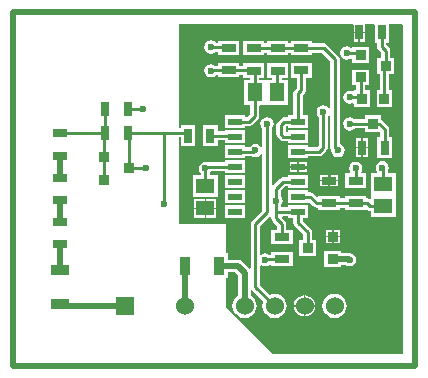
<source format=gtl>
G04*
G04 #@! TF.GenerationSoftware,Altium Limited,CircuitStudio,1.5.2 (1.5.2.30)*
G04*
G04 Layer_Physical_Order=1*
G04 Layer_Color=11767835*
%FSLAX44Y44*%
%MOMM*%
G71*
G01*
G75*
%ADD10R,0.9144X0.8128*%
%ADD11R,0.8128X0.9144*%
%ADD12R,0.7000X1.3000*%
%ADD13R,1.3000X0.7000*%
%ADD14R,1.3000X1.6000*%
%ADD15R,0.9000X1.6000*%
%ADD16R,1.6000X1.3000*%
%ADD17R,1.6000X0.9000*%
%ADD18R,1.1800X0.5800*%
%ADD19C,0.2540*%
%ADD20C,0.5000*%
%ADD21C,1.5240*%
%ADD22R,1.5240X1.5240*%
%ADD23C,0.6000*%
G36*
X590000Y539102D02*
Y260000D01*
X480000Y260000D01*
X440000Y300000D01*
Y324460D01*
X441540D01*
Y329861D01*
X447872D01*
X450791Y326941D01*
Y309853D01*
X448684Y308236D01*
X447055Y306114D01*
X446031Y303642D01*
X445682Y300990D01*
X446031Y298338D01*
X447055Y295866D01*
X448684Y293744D01*
X450806Y292115D01*
X453278Y291091D01*
X455930Y290742D01*
X458582Y291091D01*
X461054Y292115D01*
X463176Y293744D01*
X464805Y295866D01*
X465829Y298338D01*
X466178Y300990D01*
X465829Y303642D01*
X464805Y306114D01*
X463176Y308236D01*
X461069Y309853D01*
Y314060D01*
X461975Y314453D01*
X462339Y314488D01*
X471945Y304881D01*
X471432Y303642D01*
X471082Y300990D01*
X471432Y298338D01*
X472455Y295866D01*
X474084Y293744D01*
X476206Y292115D01*
X478678Y291091D01*
X481330Y290742D01*
X483982Y291091D01*
X486454Y292115D01*
X488576Y293744D01*
X490205Y295866D01*
X491228Y298338D01*
X491578Y300990D01*
X491228Y303642D01*
X490205Y306114D01*
X488576Y308236D01*
X486454Y309865D01*
X483982Y310889D01*
X481330Y311238D01*
X478678Y310889D01*
X477439Y310375D01*
X468885Y318929D01*
Y334894D01*
X470154Y335573D01*
X471338Y334781D01*
X473500Y334352D01*
X475662Y334781D01*
X477190Y335803D01*
X478228Y335424D01*
X478460Y335240D01*
Y334460D01*
X496540D01*
Y346540D01*
X478460D01*
Y344385D01*
X476910D01*
X475662Y345219D01*
X473500Y345649D01*
X471338Y345219D01*
X470154Y344428D01*
X468885Y345106D01*
Y368391D01*
X477345Y376852D01*
X478615Y376326D01*
Y375000D01*
X478911Y373513D01*
X479753Y372253D01*
X483615Y368391D01*
Y365540D01*
X478460D01*
Y353460D01*
X496540D01*
Y365540D01*
X491385D01*
Y370000D01*
X491089Y371487D01*
X490247Y372747D01*
X487538Y375455D01*
X488064Y376725D01*
X492750D01*
Y375170D01*
X497305D01*
Y371310D01*
X497601Y369823D01*
X498443Y368563D01*
X505527Y361479D01*
Y356528D01*
X502300D01*
Y343320D01*
X516524D01*
Y356528D01*
X513297D01*
Y363088D01*
X513001Y364575D01*
X512159Y365835D01*
X505075Y372919D01*
Y375170D01*
X509630D01*
Y386050D01*
X492750D01*
Y384495D01*
X486385D01*
Y385933D01*
X486494Y386006D01*
X487719Y387838D01*
X488148Y390000D01*
X487719Y392162D01*
X486494Y393994D01*
X486385Y394067D01*
Y398391D01*
X490119Y402125D01*
X492750D01*
Y400570D01*
X509630D01*
Y411450D01*
X492750D01*
Y409895D01*
X488510D01*
X487023Y409599D01*
X485763Y408757D01*
X480154Y403148D01*
X478885Y403674D01*
Y450933D01*
X478994Y451006D01*
X480218Y452838D01*
X480648Y455000D01*
X480218Y457161D01*
X478994Y458994D01*
X477161Y460218D01*
X475000Y460648D01*
X472838Y460218D01*
X471006Y458994D01*
X469781Y457161D01*
X469351Y455000D01*
X469781Y452838D01*
X471006Y451006D01*
X471115Y450933D01*
Y435606D01*
X469845Y435220D01*
X468994Y436494D01*
X467162Y437719D01*
X465000Y438148D01*
X462838Y437719D01*
X461006Y436494D01*
X460205Y435295D01*
X456430D01*
Y436850D01*
X439550D01*
Y425970D01*
X456430D01*
Y427525D01*
X462473D01*
X462838Y427281D01*
X465000Y426852D01*
X467162Y427281D01*
X468994Y428506D01*
X469845Y429780D01*
X471115Y429394D01*
Y381609D01*
X462253Y372747D01*
X461411Y371487D01*
X461115Y370000D01*
Y332668D01*
X459845Y332282D01*
X459564Y332704D01*
X453634Y338634D01*
X451967Y339748D01*
X450000Y340139D01*
X441540D01*
Y345540D01*
X440898D01*
X440000Y346438D01*
Y370000D01*
X400000D01*
Y443615D01*
X401960D01*
Y435960D01*
X414040D01*
Y454040D01*
X401960D01*
Y451385D01*
X400000D01*
Y540000D01*
X547302Y540000D01*
X548200Y539102D01*
Y533150D01*
X553000D01*
X557800D01*
Y540000D01*
X565062D01*
X565960Y539102D01*
Y523460D01*
X568115D01*
Y520500D01*
X568411Y519013D01*
X569253Y517753D01*
X571503Y515503D01*
Y510680D01*
X568276D01*
Y497472D01*
X570491D01*
Y483600D01*
X567772D01*
Y469376D01*
X580980D01*
Y483600D01*
X578260D01*
Y497472D01*
X582500D01*
Y510680D01*
X579272D01*
Y517112D01*
X578977Y518599D01*
X578135Y519859D01*
X575885Y522109D01*
Y523460D01*
X578040D01*
Y540000D01*
X589102D01*
X590000Y539102D01*
D02*
G37*
%LPC*%
G36*
X432010Y391210D02*
X423360D01*
Y384060D01*
X432010D01*
Y391210D01*
D02*
G37*
G36*
X422060D02*
X413410D01*
Y384060D01*
X422060D01*
Y391210D01*
D02*
G37*
G36*
Y382760D02*
X413410D01*
Y375610D01*
X422060D01*
Y382760D01*
D02*
G37*
G36*
X432010D02*
X423360D01*
Y375610D01*
X432010D01*
Y382760D01*
D02*
G37*
G36*
X456430Y398750D02*
X439550D01*
Y387870D01*
X456430D01*
Y398750D01*
D02*
G37*
G36*
X526850Y406350D02*
X519700D01*
Y402200D01*
X526850D01*
Y406350D01*
D02*
G37*
G36*
X535300D02*
X528150D01*
Y402200D01*
X535300D01*
Y406350D01*
D02*
G37*
G36*
X550000Y423149D02*
X547838Y422719D01*
X546006Y421494D01*
X544781Y419662D01*
X544352Y417500D01*
X544781Y415338D01*
X545469Y414310D01*
X544790Y413040D01*
X540960D01*
Y400960D01*
X559040D01*
Y413040D01*
X555210D01*
X554532Y414310D01*
X555219Y415338D01*
X555648Y417500D01*
X555219Y419662D01*
X553994Y421494D01*
X552162Y422719D01*
X550000Y423149D01*
D02*
G37*
G36*
X572500Y423669D02*
X570338Y423238D01*
X568506Y422014D01*
X567281Y420182D01*
X566852Y418020D01*
X567281Y415858D01*
X568182Y414510D01*
X567570Y413240D01*
X562950D01*
Y395510D01*
X562950Y395160D01*
Y394700D01*
Y394240D01*
X562950Y393890D01*
Y391805D01*
X561680Y391126D01*
X560987Y391589D01*
X559500Y391885D01*
X559040D01*
Y394040D01*
X540960D01*
Y391885D01*
X536540D01*
Y394040D01*
X518460D01*
Y393693D01*
X517287Y393207D01*
X514437Y396057D01*
X513177Y396899D01*
X511690Y397195D01*
X509630D01*
Y398750D01*
X492750D01*
Y387870D01*
X509630D01*
Y388080D01*
X510900Y388606D01*
X514253Y385253D01*
X515513Y384411D01*
X515760Y384362D01*
X517000Y384115D01*
X518460D01*
Y381960D01*
X536540D01*
Y384115D01*
X540960D01*
Y381960D01*
X559040D01*
X559040Y381960D01*
Y381960D01*
X560306Y381950D01*
X560813Y381611D01*
X562300Y381315D01*
X562950D01*
Y376160D01*
X584030D01*
Y393890D01*
X584030Y394240D01*
Y394700D01*
Y395160D01*
X584030Y395510D01*
Y413240D01*
X577375D01*
Y415344D01*
X577719Y415858D01*
X578148Y418020D01*
X577719Y420182D01*
X576494Y422014D01*
X574662Y423238D01*
X572500Y423669D01*
D02*
G37*
G36*
X456430Y411450D02*
X439550D01*
Y400570D01*
X456430D01*
Y411450D01*
D02*
G37*
G36*
Y386050D02*
X439550D01*
Y375170D01*
X456430D01*
Y386050D01*
D02*
G37*
G36*
X506080Y309901D02*
X504401Y309680D01*
X502231Y308782D01*
X500368Y307352D01*
X498938Y305488D01*
X498040Y303319D01*
X497819Y301640D01*
X506080D01*
Y309901D01*
D02*
G37*
G36*
X507380D02*
Y301640D01*
X515641D01*
X515420Y303319D01*
X514522Y305488D01*
X513092Y307352D01*
X511228Y308782D01*
X509059Y309680D01*
X507380Y309901D01*
D02*
G37*
G36*
X515641Y300340D02*
X507380D01*
Y292079D01*
X509059Y292300D01*
X511228Y293198D01*
X513092Y294628D01*
X514522Y296492D01*
X515420Y298661D01*
X515641Y300340D01*
D02*
G37*
G36*
X532130Y311238D02*
X529478Y310889D01*
X527006Y309865D01*
X524884Y308236D01*
X523255Y306114D01*
X522231Y303642D01*
X521882Y300990D01*
X522231Y298338D01*
X523255Y295866D01*
X524884Y293744D01*
X527006Y292115D01*
X529478Y291091D01*
X532130Y290742D01*
X534782Y291091D01*
X537254Y292115D01*
X539376Y293744D01*
X541005Y295866D01*
X542029Y298338D01*
X542378Y300990D01*
X542029Y303642D01*
X541005Y306114D01*
X539376Y308236D01*
X537254Y309865D01*
X534782Y310889D01*
X532130Y311238D01*
D02*
G37*
G36*
X506080Y300340D02*
X497819D01*
X498040Y298661D01*
X498938Y296492D01*
X500368Y294628D01*
X502231Y293198D01*
X504401Y292300D01*
X506080Y292079D01*
Y300340D01*
D02*
G37*
G36*
X529938Y364940D02*
X524716D01*
Y360226D01*
X529938D01*
Y364940D01*
D02*
G37*
G36*
X536460D02*
X531238D01*
Y360226D01*
X536460D01*
Y364940D01*
D02*
G37*
G36*
Y358926D02*
X531238D01*
Y354212D01*
X536460D01*
Y358926D01*
D02*
G37*
G36*
X537700Y347028D02*
X523476D01*
Y333820D01*
X537700D01*
Y335285D01*
X542084D01*
X542838Y334781D01*
X545000Y334352D01*
X547162Y334781D01*
X548994Y336006D01*
X550219Y337838D01*
X550648Y340000D01*
X550219Y342162D01*
X548994Y343994D01*
X547162Y345219D01*
X545000Y345649D01*
X544569Y345563D01*
X537700D01*
Y347028D01*
D02*
G37*
G36*
X529938Y358926D02*
X524716D01*
Y354212D01*
X529938D01*
Y358926D01*
D02*
G37*
G36*
X561324Y501028D02*
X547100D01*
Y487820D01*
X550327D01*
Y483600D01*
X548620D01*
Y483091D01*
X547500Y482492D01*
X547161Y482718D01*
X545000Y483148D01*
X542838Y482718D01*
X541006Y481494D01*
X539781Y479661D01*
X539351Y477500D01*
X539781Y475338D01*
X541006Y473506D01*
X542838Y472281D01*
X545000Y471851D01*
X547161Y472281D01*
X547500Y472507D01*
X548620Y471909D01*
Y469376D01*
X561828D01*
Y483600D01*
X558097D01*
Y487820D01*
X561324D01*
Y501028D01*
D02*
G37*
G36*
X451540Y506540D02*
X433460D01*
Y504385D01*
X430909D01*
X429661Y505218D01*
X427500Y505648D01*
X425338Y505218D01*
X423506Y503994D01*
X422281Y502161D01*
X421851Y500000D01*
X422281Y497838D01*
X423506Y496006D01*
X425338Y494781D01*
X427500Y494351D01*
X429661Y494781D01*
X431494Y496006D01*
X431901Y496615D01*
X433460D01*
Y494460D01*
X451540D01*
Y496615D01*
X454680D01*
Y494170D01*
X460495D01*
Y492270D01*
X455340D01*
Y471190D01*
X460495D01*
Y463489D01*
X457701Y460695D01*
X456430D01*
Y462250D01*
X439550D01*
Y451370D01*
X456430D01*
Y452925D01*
X459310D01*
X460797Y453221D01*
X462057Y454063D01*
X467127Y459133D01*
X467969Y460393D01*
X468265Y461880D01*
Y470292D01*
X469163Y471190D01*
X473070D01*
X473420Y471190D01*
X473880D01*
X474340D01*
X474690Y471190D01*
X492420D01*
Y492270D01*
X487265D01*
Y494170D01*
X493080D01*
Y506250D01*
X475000D01*
Y494170D01*
X478848D01*
X479227Y492900D01*
X478597Y492270D01*
X474690D01*
X474340Y492270D01*
X473880D01*
X473420D01*
X473070Y492270D01*
X468265D01*
Y494170D01*
X472760D01*
Y506250D01*
X454680D01*
Y504385D01*
X451540D01*
Y506540D01*
D02*
G37*
G36*
X571480Y462424D02*
X558272D01*
Y459197D01*
X548691D01*
X547161Y460218D01*
X545000Y460648D01*
X542838Y460218D01*
X541006Y458994D01*
X539781Y457161D01*
X539351Y455000D01*
X539781Y452838D01*
X541006Y451006D01*
X542838Y449781D01*
X545000Y449351D01*
X547161Y449781D01*
X548994Y451006D01*
X549276Y451427D01*
X558272D01*
Y448200D01*
X570615D01*
Y444040D01*
X568460D01*
Y425960D01*
X580540D01*
Y444040D01*
X578385D01*
Y450500D01*
X578089Y451987D01*
X577247Y453247D01*
X572435Y458059D01*
X571480Y458697D01*
Y462424D01*
D02*
G37*
G36*
X433040Y454040D02*
X420960D01*
Y435960D01*
X433040D01*
Y441115D01*
X439550D01*
Y438670D01*
X456430D01*
Y449550D01*
X439550D01*
Y448885D01*
X433040D01*
Y454040D01*
D02*
G37*
G36*
X513040Y506290D02*
X494960D01*
Y494210D01*
X500115D01*
Y485609D01*
X498443Y483937D01*
X497601Y482677D01*
X497305Y481190D01*
Y462250D01*
X492750D01*
Y460695D01*
X489560D01*
X488320Y460448D01*
X488073Y460399D01*
X486813Y459557D01*
X484003Y456747D01*
X483161Y455487D01*
X482865Y454000D01*
Y446250D01*
X483161Y444763D01*
X484003Y443503D01*
X486143Y441363D01*
X487403Y440521D01*
X488890Y440225D01*
X492750D01*
Y438670D01*
X509630D01*
Y449550D01*
X492750D01*
Y447995D01*
X490635D01*
Y452391D01*
X491169Y452925D01*
X492750D01*
Y451370D01*
X509630D01*
Y462250D01*
X505075D01*
Y479581D01*
X506747Y481253D01*
X507589Y482513D01*
X507638Y482760D01*
X507885Y484000D01*
Y494210D01*
X513040D01*
Y506290D01*
D02*
G37*
G36*
X552350Y531850D02*
X548200D01*
Y524700D01*
X552350D01*
Y531850D01*
D02*
G37*
G36*
X557800D02*
X553650D01*
Y524700D01*
X557800D01*
Y531850D01*
D02*
G37*
G36*
X513040Y525290D02*
X494960D01*
Y523095D01*
X493080D01*
Y525250D01*
X475000D01*
Y523095D01*
X472760D01*
Y525250D01*
X454680D01*
Y513170D01*
X472760D01*
Y515325D01*
X475000D01*
Y513170D01*
X493080D01*
Y515325D01*
X494960D01*
Y513210D01*
X513040D01*
Y515365D01*
X521641D01*
X528615Y508391D01*
Y468105D01*
X527345Y467720D01*
X526494Y468994D01*
X524661Y470218D01*
X522500Y470648D01*
X520338Y470218D01*
X518506Y468994D01*
X517281Y467161D01*
X516851Y465000D01*
X517281Y462838D01*
X518506Y461006D01*
X518615Y460933D01*
Y436609D01*
X517301Y435295D01*
X509630D01*
Y436850D01*
X492750D01*
Y425970D01*
X509630D01*
Y427525D01*
X518910D01*
X520397Y427821D01*
X521657Y428663D01*
X525247Y432253D01*
X526089Y433513D01*
X526385Y435000D01*
X526385Y435001D01*
Y460933D01*
X526494Y461006D01*
X527345Y462280D01*
X528615Y461894D01*
Y435000D01*
X528911Y433514D01*
X529406Y432773D01*
X529352Y432500D01*
X529781Y430338D01*
X531006Y428506D01*
X532838Y427281D01*
X535000Y426852D01*
X537162Y427281D01*
X538994Y428506D01*
X540219Y430338D01*
X540648Y432500D01*
X540219Y434662D01*
X538994Y436494D01*
X537162Y437719D01*
X536385Y437873D01*
Y510000D01*
X536089Y511487D01*
X535247Y512747D01*
X525997Y521997D01*
X524737Y522839D01*
X523250Y523135D01*
X513040D01*
Y525290D01*
D02*
G37*
G36*
X542500Y520648D02*
X540338Y520218D01*
X538506Y518994D01*
X537281Y517161D01*
X536851Y515000D01*
X537281Y512838D01*
X538506Y511006D01*
X540338Y509781D01*
X542500Y509351D01*
X544661Y509781D01*
X545830Y510562D01*
X547100Y509883D01*
Y506972D01*
X561324D01*
Y520180D01*
X547100D01*
Y520117D01*
X545830Y519438D01*
X544661Y520218D01*
X542500Y520648D01*
D02*
G37*
G36*
X427500Y525648D02*
X425338Y525219D01*
X423506Y523994D01*
X422281Y522162D01*
X421852Y520000D01*
X422281Y517838D01*
X423506Y516006D01*
X425338Y514781D01*
X427500Y514352D01*
X429662Y514781D01*
X431494Y516006D01*
X431567Y516115D01*
X433460D01*
Y513460D01*
X451540D01*
Y525540D01*
X433460D01*
Y523885D01*
X431567D01*
X431494Y523994D01*
X429662Y525219D01*
X427500Y525648D01*
D02*
G37*
G36*
X560300Y442800D02*
X556150D01*
Y435650D01*
X560300D01*
Y442800D01*
D02*
G37*
G36*
X508390Y418060D02*
X501840D01*
Y414510D01*
X508390D01*
Y418060D01*
D02*
G37*
G36*
X500540Y422910D02*
X493990D01*
Y419360D01*
X500540D01*
Y422910D01*
D02*
G37*
G36*
Y418060D02*
X493990D01*
Y414510D01*
X500540D01*
Y418060D01*
D02*
G37*
G36*
X526850Y411800D02*
X519700D01*
Y407650D01*
X526850D01*
Y411800D01*
D02*
G37*
G36*
X535300D02*
X528150D01*
Y407650D01*
X535300D01*
Y411800D01*
D02*
G37*
G36*
X560300Y434350D02*
X556150D01*
Y427200D01*
X560300D01*
Y434350D01*
D02*
G37*
G36*
X554850Y442800D02*
X550700D01*
Y435650D01*
X554850D01*
Y442800D01*
D02*
G37*
G36*
Y434350D02*
X550700D01*
Y427200D01*
X554850D01*
Y434350D01*
D02*
G37*
G36*
X508390Y422910D02*
X501840D01*
Y419360D01*
X508390D01*
Y422910D01*
D02*
G37*
G36*
X456430Y424150D02*
X439550D01*
Y422595D01*
X424439D01*
X422710Y422938D01*
X420549Y422509D01*
X418716Y421284D01*
X417491Y419452D01*
X417062Y417290D01*
X417491Y415128D01*
X418716Y413296D01*
X418825Y413223D01*
Y411450D01*
X412170D01*
Y393370D01*
X433250D01*
Y411450D01*
X426595D01*
Y413223D01*
X426704Y413296D01*
X427726Y414825D01*
X439550D01*
Y413270D01*
X456430D01*
Y424150D01*
D02*
G37*
%LPD*%
D10*
X575388Y504076D02*
D03*
X554212Y494424D02*
D03*
Y513576D02*
D03*
X358088Y417576D02*
D03*
X336912Y407924D02*
D03*
Y427076D02*
D03*
X509412Y349924D02*
D03*
X530588Y359576D02*
D03*
Y340424D02*
D03*
D11*
X564876Y455312D02*
D03*
X555224Y476488D02*
D03*
X574376D02*
D03*
D12*
X572000Y532500D02*
D03*
X553000D02*
D03*
X574500Y435000D02*
D03*
X555500D02*
D03*
X357000Y447500D02*
D03*
X338000D02*
D03*
Y467500D02*
D03*
X357000D02*
D03*
X427000Y445000D02*
D03*
X408000D02*
D03*
D13*
X463720Y500210D02*
D03*
Y519210D02*
D03*
X484040D02*
D03*
Y500210D02*
D03*
X442500Y519500D02*
D03*
Y500500D02*
D03*
X504000Y500250D02*
D03*
Y519250D02*
D03*
X300000Y447000D02*
D03*
Y428000D02*
D03*
Y409500D02*
D03*
Y390500D02*
D03*
Y372000D02*
D03*
Y353000D02*
D03*
X487500Y340500D02*
D03*
Y359500D02*
D03*
X550000Y388000D02*
D03*
Y407000D02*
D03*
X527500D02*
D03*
Y388000D02*
D03*
D14*
X464380Y481730D02*
D03*
X483380D02*
D03*
D15*
X405500Y335000D02*
D03*
X434500D02*
D03*
D16*
X573490Y404200D02*
D03*
Y385200D02*
D03*
X422710Y402410D02*
D03*
Y383410D02*
D03*
D17*
X299330Y331170D02*
D03*
Y302170D02*
D03*
D18*
X447990Y380610D02*
D03*
Y393310D02*
D03*
Y406010D02*
D03*
Y418710D02*
D03*
Y431410D02*
D03*
Y444110D02*
D03*
Y456810D02*
D03*
X501190D02*
D03*
Y444110D02*
D03*
Y431410D02*
D03*
Y418710D02*
D03*
Y406010D02*
D03*
Y393310D02*
D03*
Y380610D02*
D03*
D19*
X465000Y370000D02*
X475000Y380000D01*
X465000Y317320D02*
Y370000D01*
Y317320D02*
X481330Y300990D01*
X475000Y380000D02*
Y455000D01*
X522500Y435000D02*
Y465000D01*
Y435000D02*
X522500Y435000D01*
X518910Y431410D02*
X522500Y435000D01*
X545000Y455000D02*
X545312Y455312D01*
X564876D01*
X447990Y456810D02*
X459310D01*
X464380Y461880D01*
Y481730D01*
X532500Y435000D02*
Y510000D01*
Y435000D02*
X535000Y432500D01*
X523790Y418710D02*
X527500Y415000D01*
X501190Y418710D02*
X523790D01*
X545000Y477500D02*
X554212D01*
X523250Y519250D02*
X532500Y510000D01*
X554212Y477500D02*
Y494424D01*
X552788Y515000D02*
X554212Y513576D01*
X542500Y515000D02*
X552788D01*
X427500Y500000D02*
X428000Y500500D01*
X442500D01*
X575388Y504076D02*
Y517112D01*
X572000Y520500D02*
X575388Y517112D01*
X572000Y520500D02*
Y532500D01*
X574376Y476488D02*
Y503064D01*
X574500Y435000D02*
Y450500D01*
X569688Y455312D02*
X574500Y450500D01*
X564876Y455312D02*
X569688D01*
X504000Y484000D02*
Y500250D01*
X501190Y481190D02*
X504000Y484000D01*
Y519250D02*
X523250D01*
X463910Y431410D02*
X465000Y432500D01*
X447990Y431410D02*
X463910D01*
X427500Y520000D02*
X442000D01*
X442500Y519500D01*
X501190Y456810D02*
Y481190D01*
X484040Y519210D02*
X503960D01*
X463720D02*
X484040D01*
X483380Y481730D02*
Y500210D01*
X464380Y481730D02*
Y500210D01*
X442500Y500500D02*
X463430D01*
X387500Y447500D02*
X405500D01*
X357000D02*
X387500D01*
Y387500D02*
Y447500D01*
X405500D02*
X408000Y445000D01*
X427000D02*
X447100D01*
X486750Y454000D02*
X489560Y456810D01*
X486750Y446250D02*
Y454000D01*
Y446250D02*
X488890Y444110D01*
X501190D01*
X489560Y456810D02*
X501190D01*
X482500Y390000D02*
Y400000D01*
Y380610D02*
Y390000D01*
Y375000D02*
Y380610D01*
X372424Y417576D02*
X372500Y417500D01*
X358088Y417576D02*
X372424D01*
X501190Y431410D02*
X518910D01*
X357000Y467500D02*
X370000D01*
X422710Y417290D02*
X424130Y418710D01*
X447990D01*
X487500Y359500D02*
Y370000D01*
X482500Y375000D02*
X487500Y370000D01*
X482500Y400000D02*
X488510Y406010D01*
X482500Y380610D02*
X501190D01*
X473000Y340500D02*
X487500D01*
X473000D02*
X473500Y340000D01*
X501190Y371310D02*
Y380610D01*
Y371310D02*
X509412Y363088D01*
Y349924D02*
Y363088D01*
X488510Y406010D02*
X501190D01*
X422710Y402410D02*
Y417290D01*
X358088Y417576D02*
Y446412D01*
X336912Y427076D02*
Y446412D01*
X338000Y447500D02*
Y467500D01*
X300000Y447000D02*
X337500D01*
X336912Y407924D02*
Y427076D01*
X527500Y407000D02*
Y415000D01*
X517000Y388000D02*
X527500D01*
X511690Y393310D02*
X517000Y388000D01*
X501190Y393310D02*
X511690D01*
X550000Y388000D02*
X559500D01*
X527500D02*
X550000D01*
X559500D02*
X562300Y385200D01*
X573490D01*
Y404200D02*
Y419010D01*
X572500Y418020D02*
X573490Y419010D01*
X550000Y407000D02*
Y417500D01*
D20*
X300510Y300990D02*
X354330D01*
X455930D02*
Y329070D01*
X450000Y335000D02*
X455930Y329070D01*
X434500Y335000D02*
X450000D01*
X405130Y300990D02*
Y334630D01*
X300000Y410000D02*
Y428000D01*
Y372000D02*
Y390000D01*
X299330Y331170D02*
Y352330D01*
X530588Y340424D02*
X544576D01*
X260000Y250000D02*
X600000D01*
Y550000D01*
X260000D02*
X600000D01*
X260000Y250000D02*
Y550000D01*
D21*
X481330Y300990D02*
D03*
X455930D02*
D03*
X405130D02*
D03*
X506730D02*
D03*
X532130D02*
D03*
D22*
X354330D02*
D03*
D23*
X475000Y455000D02*
D03*
X522500Y465000D02*
D03*
X545000Y455000D02*
D03*
X535000Y432500D02*
D03*
X545000Y477500D02*
D03*
X542500Y515000D02*
D03*
X427500Y500000D02*
D03*
X465000Y432500D02*
D03*
X427500Y520000D02*
D03*
X387500Y387500D02*
D03*
X482500Y390000D02*
D03*
X372500Y417500D02*
D03*
X370000Y467500D02*
D03*
X422710Y417290D02*
D03*
X473500Y340000D02*
D03*
X572500Y418020D02*
D03*
X550000Y417500D02*
D03*
X545000Y340000D02*
D03*
M02*

</source>
